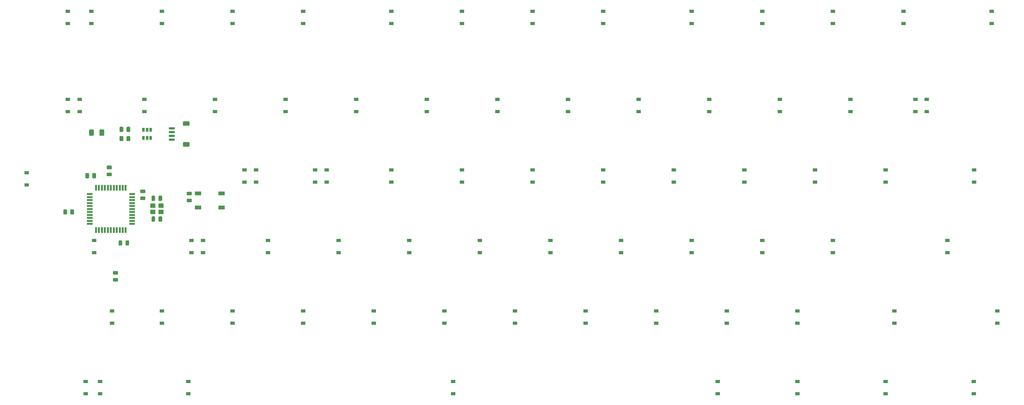
<source format=gbp>
G04 #@! TF.GenerationSoftware,KiCad,Pcbnew,(5.1.4)-1*
G04 #@! TF.CreationDate,2021-10-30T23:29:11+08:00*
G04 #@! TF.ProjectId,bakeneko-60-pcb,62616b65-6e65-46b6-9f2d-36302d706362,rev?*
G04 #@! TF.SameCoordinates,Original*
G04 #@! TF.FileFunction,Paste,Bot*
G04 #@! TF.FilePolarity,Positive*
%FSLAX46Y46*%
G04 Gerber Fmt 4.6, Leading zero omitted, Abs format (unit mm)*
G04 Created by KiCad (PCBNEW (5.1.4)-1) date 2021-10-30 23:29:11*
%MOMM*%
%LPD*%
G04 APERTURE LIST*
%ADD10R,1.200000X0.900000*%
%ADD11R,0.650000X1.060000*%
%ADD12R,1.400000X1.200000*%
%ADD13R,1.500000X0.550000*%
%ADD14R,0.550000X1.500000*%
%ADD15R,1.700000X1.000000*%
%ADD16C,0.100000*%
%ADD17C,0.975000*%
%ADD18C,0.600000*%
%ADD19C,1.200000*%
%ADD20C,1.250000*%
G04 APERTURE END LIST*
D10*
X257175000Y24668750D03*
X257175000Y21368750D03*
X233362500Y24668750D03*
X233362500Y21368750D03*
X214312500Y24668750D03*
X214312500Y21368750D03*
X195262500Y24668750D03*
X195262500Y21368750D03*
X176212500Y24668750D03*
X176212500Y21368750D03*
X152400000Y24668750D03*
X152400000Y21368750D03*
X133350000Y24668750D03*
X133350000Y21368750D03*
X114300000Y24668750D03*
X114300000Y21368750D03*
X95250000Y24668750D03*
X95250000Y21368750D03*
X71437500Y24668750D03*
X71437500Y21368750D03*
X52387500Y24668750D03*
X52387500Y21368750D03*
X33337500Y24668750D03*
X33337500Y21368750D03*
X14287500Y24668750D03*
X14287500Y21368750D03*
X7937500Y24668750D03*
X7937500Y21368750D03*
D11*
X30273750Y-9600000D03*
X29323750Y-9600000D03*
X28373750Y-9600000D03*
X28373750Y-7400000D03*
X30273750Y-7400000D03*
X29323750Y-7400000D03*
D10*
X228550000Y-75343750D03*
X228550000Y-78643750D03*
X204787500Y-75343750D03*
X204787500Y-78643750D03*
X183315000Y-75343750D03*
X183315000Y-78643750D03*
X44450000Y-37243750D03*
X44450000Y-40543750D03*
X41275000Y-37243750D03*
X41275000Y-40543750D03*
X77787500Y-18193750D03*
X77787500Y-21493750D03*
X74612500Y-18193750D03*
X74612500Y-21493750D03*
X55562500Y-18193750D03*
X55562500Y-21493750D03*
X58737500Y-18193750D03*
X58737500Y-21493750D03*
X239655000Y856250D03*
X239655000Y-2443750D03*
X219075000Y856250D03*
X219075000Y-2443750D03*
X11112500Y856250D03*
X11112500Y-2443750D03*
X7937500Y856250D03*
X7937500Y-2443750D03*
X-3175000Y-18987500D03*
X-3175000Y-22287500D03*
X236585000Y856250D03*
X236585000Y-2443750D03*
X252362500Y-75343750D03*
X252362500Y-78643750D03*
X111918750Y-75343750D03*
X111918750Y-78643750D03*
X40481250Y-75343750D03*
X40481250Y-78643750D03*
X16668750Y-75343750D03*
X16668750Y-78643750D03*
X12747500Y-75343750D03*
X12747500Y-78643750D03*
X258715000Y-56293750D03*
X258715000Y-59593750D03*
X230981250Y-56293750D03*
X230981250Y-59593750D03*
X204787500Y-56293750D03*
X204787500Y-59593750D03*
X185737500Y-56293750D03*
X185737500Y-59593750D03*
X166687500Y-56293750D03*
X166687500Y-59593750D03*
X147637500Y-56293750D03*
X147637500Y-59593750D03*
X128587500Y-56293750D03*
X128587500Y-59593750D03*
X109537500Y-56293750D03*
X109537500Y-59593750D03*
X90487500Y-56293750D03*
X90487500Y-59593750D03*
X71437500Y-56293750D03*
X71437500Y-59593750D03*
X52387500Y-56293750D03*
X52387500Y-59593750D03*
X33337500Y-56293750D03*
X33337500Y-59593750D03*
X19843750Y-56293750D03*
X19843750Y-59593750D03*
X245268750Y-37243750D03*
X245268750Y-40543750D03*
X214312500Y-37243750D03*
X214312500Y-40543750D03*
X195262500Y-37243750D03*
X195262500Y-40543750D03*
X176212500Y-37243750D03*
X176212500Y-40543750D03*
X157162500Y-37243750D03*
X157162500Y-40543750D03*
X138112500Y-37243750D03*
X138112500Y-40543750D03*
X119062500Y-37243750D03*
X119062500Y-40543750D03*
X100012500Y-37243750D03*
X100012500Y-40543750D03*
X80962500Y-37243750D03*
X80962500Y-40543750D03*
X61912500Y-37243750D03*
X61912500Y-40543750D03*
X15081250Y-37243750D03*
X15081250Y-40543750D03*
X252412500Y-18193750D03*
X252412500Y-21493750D03*
X228600000Y-18193750D03*
X228600000Y-21493750D03*
X209550000Y-18193750D03*
X209550000Y-21493750D03*
X190500000Y-18193750D03*
X190500000Y-21493750D03*
X171450000Y-18193750D03*
X171450000Y-21493750D03*
X152400000Y-18193750D03*
X152400000Y-21493750D03*
X133350000Y-18193750D03*
X133350000Y-21493750D03*
X114300000Y-18193750D03*
X114300000Y-21493750D03*
X95250000Y-18193750D03*
X95250000Y-21493750D03*
X200025000Y856250D03*
X200025000Y-2443750D03*
X180975000Y856250D03*
X180975000Y-2443750D03*
X161925000Y856250D03*
X161925000Y-2443750D03*
X142875000Y856250D03*
X142875000Y-2443750D03*
X123825000Y856250D03*
X123825000Y-2443750D03*
X104775000Y856250D03*
X104775000Y-2443750D03*
X85725000Y856250D03*
X85725000Y-2443750D03*
X66675000Y856250D03*
X66675000Y-2443750D03*
X47625000Y856250D03*
X47625000Y-2443750D03*
X28575000Y856250D03*
X28575000Y-2443750D03*
D12*
X33060000Y-27820000D03*
X30860000Y-27820000D03*
X30860000Y-29520000D03*
X33060000Y-29520000D03*
D13*
X13853750Y-24758750D03*
X13853750Y-25558750D03*
X13853750Y-26358750D03*
X13853750Y-27158750D03*
X13853750Y-27958750D03*
X13853750Y-28758750D03*
X13853750Y-29558750D03*
X13853750Y-30358750D03*
X13853750Y-31158750D03*
X13853750Y-31958750D03*
X13853750Y-32758750D03*
D14*
X15553750Y-34458750D03*
X16353750Y-34458750D03*
X17153750Y-34458750D03*
X17953750Y-34458750D03*
X18753750Y-34458750D03*
X19553750Y-34458750D03*
X20353750Y-34458750D03*
X21153750Y-34458750D03*
X21953750Y-34458750D03*
X22753750Y-34458750D03*
X23553750Y-34458750D03*
D13*
X25253750Y-32758750D03*
X25253750Y-31958750D03*
X25253750Y-31158750D03*
X25253750Y-30358750D03*
X25253750Y-29558750D03*
X25253750Y-28758750D03*
X25253750Y-27958750D03*
X25253750Y-27158750D03*
X25253750Y-26358750D03*
X25253750Y-25558750D03*
X25253750Y-24758750D03*
D14*
X23553750Y-23058750D03*
X22753750Y-23058750D03*
X21953750Y-23058750D03*
X21153750Y-23058750D03*
X20353750Y-23058750D03*
X19553750Y-23058750D03*
X18753750Y-23058750D03*
X17953750Y-23058750D03*
X17153750Y-23058750D03*
X16353750Y-23058750D03*
X15553750Y-23058750D03*
D15*
X49393750Y-24585000D03*
X43093750Y-24585000D03*
X49393750Y-28385000D03*
X43093750Y-28385000D03*
D16*
G36*
X21303892Y-45526174D02*
G01*
X21327553Y-45529684D01*
X21350757Y-45535496D01*
X21373279Y-45543554D01*
X21394903Y-45553782D01*
X21415420Y-45566079D01*
X21434633Y-45580329D01*
X21452357Y-45596393D01*
X21468421Y-45614117D01*
X21482671Y-45633330D01*
X21494968Y-45653847D01*
X21505196Y-45675471D01*
X21513254Y-45697993D01*
X21519066Y-45721197D01*
X21522576Y-45744858D01*
X21523750Y-45768750D01*
X21523750Y-46256250D01*
X21522576Y-46280142D01*
X21519066Y-46303803D01*
X21513254Y-46327007D01*
X21505196Y-46349529D01*
X21494968Y-46371153D01*
X21482671Y-46391670D01*
X21468421Y-46410883D01*
X21452357Y-46428607D01*
X21434633Y-46444671D01*
X21415420Y-46458921D01*
X21394903Y-46471218D01*
X21373279Y-46481446D01*
X21350757Y-46489504D01*
X21327553Y-46495316D01*
X21303892Y-46498826D01*
X21280000Y-46500000D01*
X20367500Y-46500000D01*
X20343608Y-46498826D01*
X20319947Y-46495316D01*
X20296743Y-46489504D01*
X20274221Y-46481446D01*
X20252597Y-46471218D01*
X20232080Y-46458921D01*
X20212867Y-46444671D01*
X20195143Y-46428607D01*
X20179079Y-46410883D01*
X20164829Y-46391670D01*
X20152532Y-46371153D01*
X20142304Y-46349529D01*
X20134246Y-46327007D01*
X20128434Y-46303803D01*
X20124924Y-46280142D01*
X20123750Y-46256250D01*
X20123750Y-45768750D01*
X20124924Y-45744858D01*
X20128434Y-45721197D01*
X20134246Y-45697993D01*
X20142304Y-45675471D01*
X20152532Y-45653847D01*
X20164829Y-45633330D01*
X20179079Y-45614117D01*
X20195143Y-45596393D01*
X20212867Y-45580329D01*
X20232080Y-45566079D01*
X20252597Y-45553782D01*
X20274221Y-45543554D01*
X20296743Y-45535496D01*
X20319947Y-45529684D01*
X20343608Y-45526174D01*
X20367500Y-45525000D01*
X21280000Y-45525000D01*
X21303892Y-45526174D01*
X21303892Y-45526174D01*
G37*
D17*
X20823750Y-46012500D03*
D16*
G36*
X21303892Y-47401174D02*
G01*
X21327553Y-47404684D01*
X21350757Y-47410496D01*
X21373279Y-47418554D01*
X21394903Y-47428782D01*
X21415420Y-47441079D01*
X21434633Y-47455329D01*
X21452357Y-47471393D01*
X21468421Y-47489117D01*
X21482671Y-47508330D01*
X21494968Y-47528847D01*
X21505196Y-47550471D01*
X21513254Y-47572993D01*
X21519066Y-47596197D01*
X21522576Y-47619858D01*
X21523750Y-47643750D01*
X21523750Y-48131250D01*
X21522576Y-48155142D01*
X21519066Y-48178803D01*
X21513254Y-48202007D01*
X21505196Y-48224529D01*
X21494968Y-48246153D01*
X21482671Y-48266670D01*
X21468421Y-48285883D01*
X21452357Y-48303607D01*
X21434633Y-48319671D01*
X21415420Y-48333921D01*
X21394903Y-48346218D01*
X21373279Y-48356446D01*
X21350757Y-48364504D01*
X21327553Y-48370316D01*
X21303892Y-48373826D01*
X21280000Y-48375000D01*
X20367500Y-48375000D01*
X20343608Y-48373826D01*
X20319947Y-48370316D01*
X20296743Y-48364504D01*
X20274221Y-48356446D01*
X20252597Y-48346218D01*
X20232080Y-48333921D01*
X20212867Y-48319671D01*
X20195143Y-48303607D01*
X20179079Y-48285883D01*
X20164829Y-48266670D01*
X20152532Y-48246153D01*
X20142304Y-48224529D01*
X20134246Y-48202007D01*
X20128434Y-48178803D01*
X20124924Y-48155142D01*
X20123750Y-48131250D01*
X20123750Y-47643750D01*
X20124924Y-47619858D01*
X20128434Y-47596197D01*
X20134246Y-47572993D01*
X20142304Y-47550471D01*
X20152532Y-47528847D01*
X20164829Y-47508330D01*
X20179079Y-47489117D01*
X20195143Y-47471393D01*
X20212867Y-47455329D01*
X20232080Y-47441079D01*
X20252597Y-47428782D01*
X20274221Y-47418554D01*
X20296743Y-47410496D01*
X20319947Y-47404684D01*
X20343608Y-47401174D01*
X20367500Y-47400000D01*
X21280000Y-47400000D01*
X21303892Y-47401174D01*
X21303892Y-47401174D01*
G37*
D17*
X20823750Y-47887500D03*
D16*
G36*
X24545142Y-6551174D02*
G01*
X24568803Y-6554684D01*
X24592007Y-6560496D01*
X24614529Y-6568554D01*
X24636153Y-6578782D01*
X24656670Y-6591079D01*
X24675883Y-6605329D01*
X24693607Y-6621393D01*
X24709671Y-6639117D01*
X24723921Y-6658330D01*
X24736218Y-6678847D01*
X24746446Y-6700471D01*
X24754504Y-6722993D01*
X24760316Y-6746197D01*
X24763826Y-6769858D01*
X24765000Y-6793750D01*
X24765000Y-7706250D01*
X24763826Y-7730142D01*
X24760316Y-7753803D01*
X24754504Y-7777007D01*
X24746446Y-7799529D01*
X24736218Y-7821153D01*
X24723921Y-7841670D01*
X24709671Y-7860883D01*
X24693607Y-7878607D01*
X24675883Y-7894671D01*
X24656670Y-7908921D01*
X24636153Y-7921218D01*
X24614529Y-7931446D01*
X24592007Y-7939504D01*
X24568803Y-7945316D01*
X24545142Y-7948826D01*
X24521250Y-7950000D01*
X24033750Y-7950000D01*
X24009858Y-7948826D01*
X23986197Y-7945316D01*
X23962993Y-7939504D01*
X23940471Y-7931446D01*
X23918847Y-7921218D01*
X23898330Y-7908921D01*
X23879117Y-7894671D01*
X23861393Y-7878607D01*
X23845329Y-7860883D01*
X23831079Y-7841670D01*
X23818782Y-7821153D01*
X23808554Y-7799529D01*
X23800496Y-7777007D01*
X23794684Y-7753803D01*
X23791174Y-7730142D01*
X23790000Y-7706250D01*
X23790000Y-6793750D01*
X23791174Y-6769858D01*
X23794684Y-6746197D01*
X23800496Y-6722993D01*
X23808554Y-6700471D01*
X23818782Y-6678847D01*
X23831079Y-6658330D01*
X23845329Y-6639117D01*
X23861393Y-6621393D01*
X23879117Y-6605329D01*
X23898330Y-6591079D01*
X23918847Y-6578782D01*
X23940471Y-6568554D01*
X23962993Y-6560496D01*
X23986197Y-6554684D01*
X24009858Y-6551174D01*
X24033750Y-6550000D01*
X24521250Y-6550000D01*
X24545142Y-6551174D01*
X24545142Y-6551174D01*
G37*
D17*
X24277500Y-7250000D03*
D16*
G36*
X22670142Y-6551174D02*
G01*
X22693803Y-6554684D01*
X22717007Y-6560496D01*
X22739529Y-6568554D01*
X22761153Y-6578782D01*
X22781670Y-6591079D01*
X22800883Y-6605329D01*
X22818607Y-6621393D01*
X22834671Y-6639117D01*
X22848921Y-6658330D01*
X22861218Y-6678847D01*
X22871446Y-6700471D01*
X22879504Y-6722993D01*
X22885316Y-6746197D01*
X22888826Y-6769858D01*
X22890000Y-6793750D01*
X22890000Y-7706250D01*
X22888826Y-7730142D01*
X22885316Y-7753803D01*
X22879504Y-7777007D01*
X22871446Y-7799529D01*
X22861218Y-7821153D01*
X22848921Y-7841670D01*
X22834671Y-7860883D01*
X22818607Y-7878607D01*
X22800883Y-7894671D01*
X22781670Y-7908921D01*
X22761153Y-7921218D01*
X22739529Y-7931446D01*
X22717007Y-7939504D01*
X22693803Y-7945316D01*
X22670142Y-7948826D01*
X22646250Y-7950000D01*
X22158750Y-7950000D01*
X22134858Y-7948826D01*
X22111197Y-7945316D01*
X22087993Y-7939504D01*
X22065471Y-7931446D01*
X22043847Y-7921218D01*
X22023330Y-7908921D01*
X22004117Y-7894671D01*
X21986393Y-7878607D01*
X21970329Y-7860883D01*
X21956079Y-7841670D01*
X21943782Y-7821153D01*
X21933554Y-7799529D01*
X21925496Y-7777007D01*
X21919684Y-7753803D01*
X21916174Y-7730142D01*
X21915000Y-7706250D01*
X21915000Y-6793750D01*
X21916174Y-6769858D01*
X21919684Y-6746197D01*
X21925496Y-6722993D01*
X21933554Y-6700471D01*
X21943782Y-6678847D01*
X21956079Y-6658330D01*
X21970329Y-6639117D01*
X21986393Y-6621393D01*
X22004117Y-6605329D01*
X22023330Y-6591079D01*
X22043847Y-6578782D01*
X22065471Y-6568554D01*
X22087993Y-6560496D01*
X22111197Y-6554684D01*
X22134858Y-6551174D01*
X22158750Y-6550000D01*
X22646250Y-6550000D01*
X22670142Y-6551174D01*
X22670142Y-6551174D01*
G37*
D17*
X22402500Y-7250000D03*
D16*
G36*
X24545142Y-9051174D02*
G01*
X24568803Y-9054684D01*
X24592007Y-9060496D01*
X24614529Y-9068554D01*
X24636153Y-9078782D01*
X24656670Y-9091079D01*
X24675883Y-9105329D01*
X24693607Y-9121393D01*
X24709671Y-9139117D01*
X24723921Y-9158330D01*
X24736218Y-9178847D01*
X24746446Y-9200471D01*
X24754504Y-9222993D01*
X24760316Y-9246197D01*
X24763826Y-9269858D01*
X24765000Y-9293750D01*
X24765000Y-10206250D01*
X24763826Y-10230142D01*
X24760316Y-10253803D01*
X24754504Y-10277007D01*
X24746446Y-10299529D01*
X24736218Y-10321153D01*
X24723921Y-10341670D01*
X24709671Y-10360883D01*
X24693607Y-10378607D01*
X24675883Y-10394671D01*
X24656670Y-10408921D01*
X24636153Y-10421218D01*
X24614529Y-10431446D01*
X24592007Y-10439504D01*
X24568803Y-10445316D01*
X24545142Y-10448826D01*
X24521250Y-10450000D01*
X24033750Y-10450000D01*
X24009858Y-10448826D01*
X23986197Y-10445316D01*
X23962993Y-10439504D01*
X23940471Y-10431446D01*
X23918847Y-10421218D01*
X23898330Y-10408921D01*
X23879117Y-10394671D01*
X23861393Y-10378607D01*
X23845329Y-10360883D01*
X23831079Y-10341670D01*
X23818782Y-10321153D01*
X23808554Y-10299529D01*
X23800496Y-10277007D01*
X23794684Y-10253803D01*
X23791174Y-10230142D01*
X23790000Y-10206250D01*
X23790000Y-9293750D01*
X23791174Y-9269858D01*
X23794684Y-9246197D01*
X23800496Y-9222993D01*
X23808554Y-9200471D01*
X23818782Y-9178847D01*
X23831079Y-9158330D01*
X23845329Y-9139117D01*
X23861393Y-9121393D01*
X23879117Y-9105329D01*
X23898330Y-9091079D01*
X23918847Y-9078782D01*
X23940471Y-9068554D01*
X23962993Y-9060496D01*
X23986197Y-9054684D01*
X24009858Y-9051174D01*
X24033750Y-9050000D01*
X24521250Y-9050000D01*
X24545142Y-9051174D01*
X24545142Y-9051174D01*
G37*
D17*
X24277500Y-9750000D03*
D16*
G36*
X22670142Y-9051174D02*
G01*
X22693803Y-9054684D01*
X22717007Y-9060496D01*
X22739529Y-9068554D01*
X22761153Y-9078782D01*
X22781670Y-9091079D01*
X22800883Y-9105329D01*
X22818607Y-9121393D01*
X22834671Y-9139117D01*
X22848921Y-9158330D01*
X22861218Y-9178847D01*
X22871446Y-9200471D01*
X22879504Y-9222993D01*
X22885316Y-9246197D01*
X22888826Y-9269858D01*
X22890000Y-9293750D01*
X22890000Y-10206250D01*
X22888826Y-10230142D01*
X22885316Y-10253803D01*
X22879504Y-10277007D01*
X22871446Y-10299529D01*
X22861218Y-10321153D01*
X22848921Y-10341670D01*
X22834671Y-10360883D01*
X22818607Y-10378607D01*
X22800883Y-10394671D01*
X22781670Y-10408921D01*
X22761153Y-10421218D01*
X22739529Y-10431446D01*
X22717007Y-10439504D01*
X22693803Y-10445316D01*
X22670142Y-10448826D01*
X22646250Y-10450000D01*
X22158750Y-10450000D01*
X22134858Y-10448826D01*
X22111197Y-10445316D01*
X22087993Y-10439504D01*
X22065471Y-10431446D01*
X22043847Y-10421218D01*
X22023330Y-10408921D01*
X22004117Y-10394671D01*
X21986393Y-10378607D01*
X21970329Y-10360883D01*
X21956079Y-10341670D01*
X21943782Y-10321153D01*
X21933554Y-10299529D01*
X21925496Y-10277007D01*
X21919684Y-10253803D01*
X21916174Y-10230142D01*
X21915000Y-10206250D01*
X21915000Y-9293750D01*
X21916174Y-9269858D01*
X21919684Y-9246197D01*
X21925496Y-9222993D01*
X21933554Y-9200471D01*
X21943782Y-9178847D01*
X21956079Y-9158330D01*
X21970329Y-9139117D01*
X21986393Y-9121393D01*
X22004117Y-9105329D01*
X22023330Y-9091079D01*
X22043847Y-9078782D01*
X22065471Y-9068554D01*
X22087993Y-9060496D01*
X22111197Y-9054684D01*
X22134858Y-9051174D01*
X22158750Y-9050000D01*
X22646250Y-9050000D01*
X22670142Y-9051174D01*
X22670142Y-9051174D01*
G37*
D17*
X22402500Y-9750000D03*
D16*
G36*
X41190142Y-25971174D02*
G01*
X41213803Y-25974684D01*
X41237007Y-25980496D01*
X41259529Y-25988554D01*
X41281153Y-25998782D01*
X41301670Y-26011079D01*
X41320883Y-26025329D01*
X41338607Y-26041393D01*
X41354671Y-26059117D01*
X41368921Y-26078330D01*
X41381218Y-26098847D01*
X41391446Y-26120471D01*
X41399504Y-26142993D01*
X41405316Y-26166197D01*
X41408826Y-26189858D01*
X41410000Y-26213750D01*
X41410000Y-26701250D01*
X41408826Y-26725142D01*
X41405316Y-26748803D01*
X41399504Y-26772007D01*
X41391446Y-26794529D01*
X41381218Y-26816153D01*
X41368921Y-26836670D01*
X41354671Y-26855883D01*
X41338607Y-26873607D01*
X41320883Y-26889671D01*
X41301670Y-26903921D01*
X41281153Y-26916218D01*
X41259529Y-26926446D01*
X41237007Y-26934504D01*
X41213803Y-26940316D01*
X41190142Y-26943826D01*
X41166250Y-26945000D01*
X40253750Y-26945000D01*
X40229858Y-26943826D01*
X40206197Y-26940316D01*
X40182993Y-26934504D01*
X40160471Y-26926446D01*
X40138847Y-26916218D01*
X40118330Y-26903921D01*
X40099117Y-26889671D01*
X40081393Y-26873607D01*
X40065329Y-26855883D01*
X40051079Y-26836670D01*
X40038782Y-26816153D01*
X40028554Y-26794529D01*
X40020496Y-26772007D01*
X40014684Y-26748803D01*
X40011174Y-26725142D01*
X40010000Y-26701250D01*
X40010000Y-26213750D01*
X40011174Y-26189858D01*
X40014684Y-26166197D01*
X40020496Y-26142993D01*
X40028554Y-26120471D01*
X40038782Y-26098847D01*
X40051079Y-26078330D01*
X40065329Y-26059117D01*
X40081393Y-26041393D01*
X40099117Y-26025329D01*
X40118330Y-26011079D01*
X40138847Y-25998782D01*
X40160471Y-25988554D01*
X40182993Y-25980496D01*
X40206197Y-25974684D01*
X40229858Y-25971174D01*
X40253750Y-25970000D01*
X41166250Y-25970000D01*
X41190142Y-25971174D01*
X41190142Y-25971174D01*
G37*
D17*
X40710000Y-26457500D03*
D16*
G36*
X41190142Y-24096174D02*
G01*
X41213803Y-24099684D01*
X41237007Y-24105496D01*
X41259529Y-24113554D01*
X41281153Y-24123782D01*
X41301670Y-24136079D01*
X41320883Y-24150329D01*
X41338607Y-24166393D01*
X41354671Y-24184117D01*
X41368921Y-24203330D01*
X41381218Y-24223847D01*
X41391446Y-24245471D01*
X41399504Y-24267993D01*
X41405316Y-24291197D01*
X41408826Y-24314858D01*
X41410000Y-24338750D01*
X41410000Y-24826250D01*
X41408826Y-24850142D01*
X41405316Y-24873803D01*
X41399504Y-24897007D01*
X41391446Y-24919529D01*
X41381218Y-24941153D01*
X41368921Y-24961670D01*
X41354671Y-24980883D01*
X41338607Y-24998607D01*
X41320883Y-25014671D01*
X41301670Y-25028921D01*
X41281153Y-25041218D01*
X41259529Y-25051446D01*
X41237007Y-25059504D01*
X41213803Y-25065316D01*
X41190142Y-25068826D01*
X41166250Y-25070000D01*
X40253750Y-25070000D01*
X40229858Y-25068826D01*
X40206197Y-25065316D01*
X40182993Y-25059504D01*
X40160471Y-25051446D01*
X40138847Y-25041218D01*
X40118330Y-25028921D01*
X40099117Y-25014671D01*
X40081393Y-24998607D01*
X40065329Y-24980883D01*
X40051079Y-24961670D01*
X40038782Y-24941153D01*
X40028554Y-24919529D01*
X40020496Y-24897007D01*
X40014684Y-24873803D01*
X40011174Y-24850142D01*
X40010000Y-24826250D01*
X40010000Y-24338750D01*
X40011174Y-24314858D01*
X40014684Y-24291197D01*
X40020496Y-24267993D01*
X40028554Y-24245471D01*
X40038782Y-24223847D01*
X40051079Y-24203330D01*
X40065329Y-24184117D01*
X40081393Y-24166393D01*
X40099117Y-24150329D01*
X40118330Y-24136079D01*
X40138847Y-24123782D01*
X40160471Y-24113554D01*
X40182993Y-24105496D01*
X40206197Y-24099684D01*
X40229858Y-24096174D01*
X40253750Y-24095000D01*
X41166250Y-24095000D01*
X41190142Y-24096174D01*
X41190142Y-24096174D01*
G37*
D17*
X40710000Y-24582500D03*
D16*
G36*
X36639703Y-6700722D02*
G01*
X36654264Y-6702882D01*
X36668543Y-6706459D01*
X36682403Y-6711418D01*
X36695710Y-6717712D01*
X36708336Y-6725280D01*
X36720159Y-6734048D01*
X36731066Y-6743934D01*
X36740952Y-6754841D01*
X36749720Y-6766664D01*
X36757288Y-6779290D01*
X36763582Y-6792597D01*
X36768541Y-6806457D01*
X36772118Y-6820736D01*
X36774278Y-6835297D01*
X36775000Y-6850000D01*
X36775000Y-7150000D01*
X36774278Y-7164703D01*
X36772118Y-7179264D01*
X36768541Y-7193543D01*
X36763582Y-7207403D01*
X36757288Y-7220710D01*
X36749720Y-7233336D01*
X36740952Y-7245159D01*
X36731066Y-7256066D01*
X36720159Y-7265952D01*
X36708336Y-7274720D01*
X36695710Y-7282288D01*
X36682403Y-7288582D01*
X36668543Y-7293541D01*
X36654264Y-7297118D01*
X36639703Y-7299278D01*
X36625000Y-7300000D01*
X35375000Y-7300000D01*
X35360297Y-7299278D01*
X35345736Y-7297118D01*
X35331457Y-7293541D01*
X35317597Y-7288582D01*
X35304290Y-7282288D01*
X35291664Y-7274720D01*
X35279841Y-7265952D01*
X35268934Y-7256066D01*
X35259048Y-7245159D01*
X35250280Y-7233336D01*
X35242712Y-7220710D01*
X35236418Y-7207403D01*
X35231459Y-7193543D01*
X35227882Y-7179264D01*
X35225722Y-7164703D01*
X35225000Y-7150000D01*
X35225000Y-6850000D01*
X35225722Y-6835297D01*
X35227882Y-6820736D01*
X35231459Y-6806457D01*
X35236418Y-6792597D01*
X35242712Y-6779290D01*
X35250280Y-6766664D01*
X35259048Y-6754841D01*
X35268934Y-6743934D01*
X35279841Y-6734048D01*
X35291664Y-6725280D01*
X35304290Y-6717712D01*
X35317597Y-6711418D01*
X35331457Y-6706459D01*
X35345736Y-6702882D01*
X35360297Y-6700722D01*
X35375000Y-6700000D01*
X36625000Y-6700000D01*
X36639703Y-6700722D01*
X36639703Y-6700722D01*
G37*
D18*
X36000000Y-7000000D03*
D16*
G36*
X36639703Y-7700722D02*
G01*
X36654264Y-7702882D01*
X36668543Y-7706459D01*
X36682403Y-7711418D01*
X36695710Y-7717712D01*
X36708336Y-7725280D01*
X36720159Y-7734048D01*
X36731066Y-7743934D01*
X36740952Y-7754841D01*
X36749720Y-7766664D01*
X36757288Y-7779290D01*
X36763582Y-7792597D01*
X36768541Y-7806457D01*
X36772118Y-7820736D01*
X36774278Y-7835297D01*
X36775000Y-7850000D01*
X36775000Y-8150000D01*
X36774278Y-8164703D01*
X36772118Y-8179264D01*
X36768541Y-8193543D01*
X36763582Y-8207403D01*
X36757288Y-8220710D01*
X36749720Y-8233336D01*
X36740952Y-8245159D01*
X36731066Y-8256066D01*
X36720159Y-8265952D01*
X36708336Y-8274720D01*
X36695710Y-8282288D01*
X36682403Y-8288582D01*
X36668543Y-8293541D01*
X36654264Y-8297118D01*
X36639703Y-8299278D01*
X36625000Y-8300000D01*
X35375000Y-8300000D01*
X35360297Y-8299278D01*
X35345736Y-8297118D01*
X35331457Y-8293541D01*
X35317597Y-8288582D01*
X35304290Y-8282288D01*
X35291664Y-8274720D01*
X35279841Y-8265952D01*
X35268934Y-8256066D01*
X35259048Y-8245159D01*
X35250280Y-8233336D01*
X35242712Y-8220710D01*
X35236418Y-8207403D01*
X35231459Y-8193543D01*
X35227882Y-8179264D01*
X35225722Y-8164703D01*
X35225000Y-8150000D01*
X35225000Y-7850000D01*
X35225722Y-7835297D01*
X35227882Y-7820736D01*
X35231459Y-7806457D01*
X35236418Y-7792597D01*
X35242712Y-7779290D01*
X35250280Y-7766664D01*
X35259048Y-7754841D01*
X35268934Y-7743934D01*
X35279841Y-7734048D01*
X35291664Y-7725280D01*
X35304290Y-7717712D01*
X35317597Y-7711418D01*
X35331457Y-7706459D01*
X35345736Y-7702882D01*
X35360297Y-7700722D01*
X35375000Y-7700000D01*
X36625000Y-7700000D01*
X36639703Y-7700722D01*
X36639703Y-7700722D01*
G37*
D18*
X36000000Y-8000000D03*
D16*
G36*
X36639703Y-8700722D02*
G01*
X36654264Y-8702882D01*
X36668543Y-8706459D01*
X36682403Y-8711418D01*
X36695710Y-8717712D01*
X36708336Y-8725280D01*
X36720159Y-8734048D01*
X36731066Y-8743934D01*
X36740952Y-8754841D01*
X36749720Y-8766664D01*
X36757288Y-8779290D01*
X36763582Y-8792597D01*
X36768541Y-8806457D01*
X36772118Y-8820736D01*
X36774278Y-8835297D01*
X36775000Y-8850000D01*
X36775000Y-9150000D01*
X36774278Y-9164703D01*
X36772118Y-9179264D01*
X36768541Y-9193543D01*
X36763582Y-9207403D01*
X36757288Y-9220710D01*
X36749720Y-9233336D01*
X36740952Y-9245159D01*
X36731066Y-9256066D01*
X36720159Y-9265952D01*
X36708336Y-9274720D01*
X36695710Y-9282288D01*
X36682403Y-9288582D01*
X36668543Y-9293541D01*
X36654264Y-9297118D01*
X36639703Y-9299278D01*
X36625000Y-9300000D01*
X35375000Y-9300000D01*
X35360297Y-9299278D01*
X35345736Y-9297118D01*
X35331457Y-9293541D01*
X35317597Y-9288582D01*
X35304290Y-9282288D01*
X35291664Y-9274720D01*
X35279841Y-9265952D01*
X35268934Y-9256066D01*
X35259048Y-9245159D01*
X35250280Y-9233336D01*
X35242712Y-9220710D01*
X35236418Y-9207403D01*
X35231459Y-9193543D01*
X35227882Y-9179264D01*
X35225722Y-9164703D01*
X35225000Y-9150000D01*
X35225000Y-8850000D01*
X35225722Y-8835297D01*
X35227882Y-8820736D01*
X35231459Y-8806457D01*
X35236418Y-8792597D01*
X35242712Y-8779290D01*
X35250280Y-8766664D01*
X35259048Y-8754841D01*
X35268934Y-8743934D01*
X35279841Y-8734048D01*
X35291664Y-8725280D01*
X35304290Y-8717712D01*
X35317597Y-8711418D01*
X35331457Y-8706459D01*
X35345736Y-8702882D01*
X35360297Y-8700722D01*
X35375000Y-8700000D01*
X36625000Y-8700000D01*
X36639703Y-8700722D01*
X36639703Y-8700722D01*
G37*
D18*
X36000000Y-9000000D03*
D16*
G36*
X36639703Y-9700722D02*
G01*
X36654264Y-9702882D01*
X36668543Y-9706459D01*
X36682403Y-9711418D01*
X36695710Y-9717712D01*
X36708336Y-9725280D01*
X36720159Y-9734048D01*
X36731066Y-9743934D01*
X36740952Y-9754841D01*
X36749720Y-9766664D01*
X36757288Y-9779290D01*
X36763582Y-9792597D01*
X36768541Y-9806457D01*
X36772118Y-9820736D01*
X36774278Y-9835297D01*
X36775000Y-9850000D01*
X36775000Y-10150000D01*
X36774278Y-10164703D01*
X36772118Y-10179264D01*
X36768541Y-10193543D01*
X36763582Y-10207403D01*
X36757288Y-10220710D01*
X36749720Y-10233336D01*
X36740952Y-10245159D01*
X36731066Y-10256066D01*
X36720159Y-10265952D01*
X36708336Y-10274720D01*
X36695710Y-10282288D01*
X36682403Y-10288582D01*
X36668543Y-10293541D01*
X36654264Y-10297118D01*
X36639703Y-10299278D01*
X36625000Y-10300000D01*
X35375000Y-10300000D01*
X35360297Y-10299278D01*
X35345736Y-10297118D01*
X35331457Y-10293541D01*
X35317597Y-10288582D01*
X35304290Y-10282288D01*
X35291664Y-10274720D01*
X35279841Y-10265952D01*
X35268934Y-10256066D01*
X35259048Y-10245159D01*
X35250280Y-10233336D01*
X35242712Y-10220710D01*
X35236418Y-10207403D01*
X35231459Y-10193543D01*
X35227882Y-10179264D01*
X35225722Y-10164703D01*
X35225000Y-10150000D01*
X35225000Y-9850000D01*
X35225722Y-9835297D01*
X35227882Y-9820736D01*
X35231459Y-9806457D01*
X35236418Y-9792597D01*
X35242712Y-9779290D01*
X35250280Y-9766664D01*
X35259048Y-9754841D01*
X35268934Y-9743934D01*
X35279841Y-9734048D01*
X35291664Y-9725280D01*
X35304290Y-9717712D01*
X35317597Y-9711418D01*
X35331457Y-9706459D01*
X35345736Y-9702882D01*
X35360297Y-9700722D01*
X35375000Y-9700000D01*
X36625000Y-9700000D01*
X36639703Y-9700722D01*
X36639703Y-9700722D01*
G37*
D18*
X36000000Y-10000000D03*
D16*
G36*
X40549505Y-5101204D02*
G01*
X40573773Y-5104804D01*
X40597572Y-5110765D01*
X40620671Y-5119030D01*
X40642850Y-5129520D01*
X40663893Y-5142132D01*
X40683599Y-5156747D01*
X40701777Y-5173223D01*
X40718253Y-5191401D01*
X40732868Y-5211107D01*
X40745480Y-5232150D01*
X40755970Y-5254329D01*
X40764235Y-5277428D01*
X40770196Y-5301227D01*
X40773796Y-5325495D01*
X40775000Y-5349999D01*
X40775000Y-6050001D01*
X40773796Y-6074505D01*
X40770196Y-6098773D01*
X40764235Y-6122572D01*
X40755970Y-6145671D01*
X40745480Y-6167850D01*
X40732868Y-6188893D01*
X40718253Y-6208599D01*
X40701777Y-6226777D01*
X40683599Y-6243253D01*
X40663893Y-6257868D01*
X40642850Y-6270480D01*
X40620671Y-6280970D01*
X40597572Y-6289235D01*
X40573773Y-6295196D01*
X40549505Y-6298796D01*
X40525001Y-6300000D01*
X39224999Y-6300000D01*
X39200495Y-6298796D01*
X39176227Y-6295196D01*
X39152428Y-6289235D01*
X39129329Y-6280970D01*
X39107150Y-6270480D01*
X39086107Y-6257868D01*
X39066401Y-6243253D01*
X39048223Y-6226777D01*
X39031747Y-6208599D01*
X39017132Y-6188893D01*
X39004520Y-6167850D01*
X38994030Y-6145671D01*
X38985765Y-6122572D01*
X38979804Y-6098773D01*
X38976204Y-6074505D01*
X38975000Y-6050001D01*
X38975000Y-5349999D01*
X38976204Y-5325495D01*
X38979804Y-5301227D01*
X38985765Y-5277428D01*
X38994030Y-5254329D01*
X39004520Y-5232150D01*
X39017132Y-5211107D01*
X39031747Y-5191401D01*
X39048223Y-5173223D01*
X39066401Y-5156747D01*
X39086107Y-5142132D01*
X39107150Y-5129520D01*
X39129329Y-5119030D01*
X39152428Y-5110765D01*
X39176227Y-5104804D01*
X39200495Y-5101204D01*
X39224999Y-5100000D01*
X40525001Y-5100000D01*
X40549505Y-5101204D01*
X40549505Y-5101204D01*
G37*
D19*
X39875000Y-5700000D03*
D16*
G36*
X40549505Y-10701204D02*
G01*
X40573773Y-10704804D01*
X40597572Y-10710765D01*
X40620671Y-10719030D01*
X40642850Y-10729520D01*
X40663893Y-10742132D01*
X40683599Y-10756747D01*
X40701777Y-10773223D01*
X40718253Y-10791401D01*
X40732868Y-10811107D01*
X40745480Y-10832150D01*
X40755970Y-10854329D01*
X40764235Y-10877428D01*
X40770196Y-10901227D01*
X40773796Y-10925495D01*
X40775000Y-10949999D01*
X40775000Y-11650001D01*
X40773796Y-11674505D01*
X40770196Y-11698773D01*
X40764235Y-11722572D01*
X40755970Y-11745671D01*
X40745480Y-11767850D01*
X40732868Y-11788893D01*
X40718253Y-11808599D01*
X40701777Y-11826777D01*
X40683599Y-11843253D01*
X40663893Y-11857868D01*
X40642850Y-11870480D01*
X40620671Y-11880970D01*
X40597572Y-11889235D01*
X40573773Y-11895196D01*
X40549505Y-11898796D01*
X40525001Y-11900000D01*
X39224999Y-11900000D01*
X39200495Y-11898796D01*
X39176227Y-11895196D01*
X39152428Y-11889235D01*
X39129329Y-11880970D01*
X39107150Y-11870480D01*
X39086107Y-11857868D01*
X39066401Y-11843253D01*
X39048223Y-11826777D01*
X39031747Y-11808599D01*
X39017132Y-11788893D01*
X39004520Y-11767850D01*
X38994030Y-11745671D01*
X38985765Y-11722572D01*
X38979804Y-11698773D01*
X38976204Y-11674505D01*
X38975000Y-11650001D01*
X38975000Y-10949999D01*
X38976204Y-10925495D01*
X38979804Y-10901227D01*
X38985765Y-10877428D01*
X38994030Y-10854329D01*
X39004520Y-10832150D01*
X39017132Y-10811107D01*
X39031747Y-10791401D01*
X39048223Y-10773223D01*
X39066401Y-10756747D01*
X39086107Y-10742132D01*
X39107150Y-10729520D01*
X39129329Y-10719030D01*
X39152428Y-10710765D01*
X39176227Y-10704804D01*
X39200495Y-10701204D01*
X39224999Y-10700000D01*
X40525001Y-10700000D01*
X40549505Y-10701204D01*
X40549505Y-10701204D01*
G37*
D19*
X39875000Y-11300000D03*
D16*
G36*
X14709504Y-7246204D02*
G01*
X14733773Y-7249804D01*
X14757571Y-7255765D01*
X14780671Y-7264030D01*
X14802849Y-7274520D01*
X14823893Y-7287133D01*
X14843598Y-7301747D01*
X14861777Y-7318223D01*
X14878253Y-7336402D01*
X14892867Y-7356107D01*
X14905480Y-7377151D01*
X14915970Y-7399329D01*
X14924235Y-7422429D01*
X14930196Y-7446227D01*
X14933796Y-7470496D01*
X14935000Y-7495000D01*
X14935000Y-8745000D01*
X14933796Y-8769504D01*
X14930196Y-8793773D01*
X14924235Y-8817571D01*
X14915970Y-8840671D01*
X14905480Y-8862849D01*
X14892867Y-8883893D01*
X14878253Y-8903598D01*
X14861777Y-8921777D01*
X14843598Y-8938253D01*
X14823893Y-8952867D01*
X14802849Y-8965480D01*
X14780671Y-8975970D01*
X14757571Y-8984235D01*
X14733773Y-8990196D01*
X14709504Y-8993796D01*
X14685000Y-8995000D01*
X13935000Y-8995000D01*
X13910496Y-8993796D01*
X13886227Y-8990196D01*
X13862429Y-8984235D01*
X13839329Y-8975970D01*
X13817151Y-8965480D01*
X13796107Y-8952867D01*
X13776402Y-8938253D01*
X13758223Y-8921777D01*
X13741747Y-8903598D01*
X13727133Y-8883893D01*
X13714520Y-8862849D01*
X13704030Y-8840671D01*
X13695765Y-8817571D01*
X13689804Y-8793773D01*
X13686204Y-8769504D01*
X13685000Y-8745000D01*
X13685000Y-7495000D01*
X13686204Y-7470496D01*
X13689804Y-7446227D01*
X13695765Y-7422429D01*
X13704030Y-7399329D01*
X13714520Y-7377151D01*
X13727133Y-7356107D01*
X13741747Y-7336402D01*
X13758223Y-7318223D01*
X13776402Y-7301747D01*
X13796107Y-7287133D01*
X13817151Y-7274520D01*
X13839329Y-7264030D01*
X13862429Y-7255765D01*
X13886227Y-7249804D01*
X13910496Y-7246204D01*
X13935000Y-7245000D01*
X14685000Y-7245000D01*
X14709504Y-7246204D01*
X14709504Y-7246204D01*
G37*
D20*
X14310000Y-8120000D03*
D16*
G36*
X17509504Y-7246204D02*
G01*
X17533773Y-7249804D01*
X17557571Y-7255765D01*
X17580671Y-7264030D01*
X17602849Y-7274520D01*
X17623893Y-7287133D01*
X17643598Y-7301747D01*
X17661777Y-7318223D01*
X17678253Y-7336402D01*
X17692867Y-7356107D01*
X17705480Y-7377151D01*
X17715970Y-7399329D01*
X17724235Y-7422429D01*
X17730196Y-7446227D01*
X17733796Y-7470496D01*
X17735000Y-7495000D01*
X17735000Y-8745000D01*
X17733796Y-8769504D01*
X17730196Y-8793773D01*
X17724235Y-8817571D01*
X17715970Y-8840671D01*
X17705480Y-8862849D01*
X17692867Y-8883893D01*
X17678253Y-8903598D01*
X17661777Y-8921777D01*
X17643598Y-8938253D01*
X17623893Y-8952867D01*
X17602849Y-8965480D01*
X17580671Y-8975970D01*
X17557571Y-8984235D01*
X17533773Y-8990196D01*
X17509504Y-8993796D01*
X17485000Y-8995000D01*
X16735000Y-8995000D01*
X16710496Y-8993796D01*
X16686227Y-8990196D01*
X16662429Y-8984235D01*
X16639329Y-8975970D01*
X16617151Y-8965480D01*
X16596107Y-8952867D01*
X16576402Y-8938253D01*
X16558223Y-8921777D01*
X16541747Y-8903598D01*
X16527133Y-8883893D01*
X16514520Y-8862849D01*
X16504030Y-8840671D01*
X16495765Y-8817571D01*
X16489804Y-8793773D01*
X16486204Y-8769504D01*
X16485000Y-8745000D01*
X16485000Y-7495000D01*
X16486204Y-7470496D01*
X16489804Y-7446227D01*
X16495765Y-7422429D01*
X16504030Y-7399329D01*
X16514520Y-7377151D01*
X16527133Y-7356107D01*
X16541747Y-7336402D01*
X16558223Y-7318223D01*
X16576402Y-7301747D01*
X16596107Y-7287133D01*
X16617151Y-7274520D01*
X16639329Y-7264030D01*
X16662429Y-7255765D01*
X16686227Y-7249804D01*
X16710496Y-7246204D01*
X16735000Y-7245000D01*
X17485000Y-7245000D01*
X17509504Y-7246204D01*
X17509504Y-7246204D01*
G37*
D20*
X17110000Y-8120000D03*
D16*
G36*
X19600142Y-18921174D02*
G01*
X19623803Y-18924684D01*
X19647007Y-18930496D01*
X19669529Y-18938554D01*
X19691153Y-18948782D01*
X19711670Y-18961079D01*
X19730883Y-18975329D01*
X19748607Y-18991393D01*
X19764671Y-19009117D01*
X19778921Y-19028330D01*
X19791218Y-19048847D01*
X19801446Y-19070471D01*
X19809504Y-19092993D01*
X19815316Y-19116197D01*
X19818826Y-19139858D01*
X19820000Y-19163750D01*
X19820000Y-19651250D01*
X19818826Y-19675142D01*
X19815316Y-19698803D01*
X19809504Y-19722007D01*
X19801446Y-19744529D01*
X19791218Y-19766153D01*
X19778921Y-19786670D01*
X19764671Y-19805883D01*
X19748607Y-19823607D01*
X19730883Y-19839671D01*
X19711670Y-19853921D01*
X19691153Y-19866218D01*
X19669529Y-19876446D01*
X19647007Y-19884504D01*
X19623803Y-19890316D01*
X19600142Y-19893826D01*
X19576250Y-19895000D01*
X18663750Y-19895000D01*
X18639858Y-19893826D01*
X18616197Y-19890316D01*
X18592993Y-19884504D01*
X18570471Y-19876446D01*
X18548847Y-19866218D01*
X18528330Y-19853921D01*
X18509117Y-19839671D01*
X18491393Y-19823607D01*
X18475329Y-19805883D01*
X18461079Y-19786670D01*
X18448782Y-19766153D01*
X18438554Y-19744529D01*
X18430496Y-19722007D01*
X18424684Y-19698803D01*
X18421174Y-19675142D01*
X18420000Y-19651250D01*
X18420000Y-19163750D01*
X18421174Y-19139858D01*
X18424684Y-19116197D01*
X18430496Y-19092993D01*
X18438554Y-19070471D01*
X18448782Y-19048847D01*
X18461079Y-19028330D01*
X18475329Y-19009117D01*
X18491393Y-18991393D01*
X18509117Y-18975329D01*
X18528330Y-18961079D01*
X18548847Y-18948782D01*
X18570471Y-18938554D01*
X18592993Y-18930496D01*
X18616197Y-18924684D01*
X18639858Y-18921174D01*
X18663750Y-18920000D01*
X19576250Y-18920000D01*
X19600142Y-18921174D01*
X19600142Y-18921174D01*
G37*
D17*
X19120000Y-19407500D03*
D16*
G36*
X19600142Y-17046174D02*
G01*
X19623803Y-17049684D01*
X19647007Y-17055496D01*
X19669529Y-17063554D01*
X19691153Y-17073782D01*
X19711670Y-17086079D01*
X19730883Y-17100329D01*
X19748607Y-17116393D01*
X19764671Y-17134117D01*
X19778921Y-17153330D01*
X19791218Y-17173847D01*
X19801446Y-17195471D01*
X19809504Y-17217993D01*
X19815316Y-17241197D01*
X19818826Y-17264858D01*
X19820000Y-17288750D01*
X19820000Y-17776250D01*
X19818826Y-17800142D01*
X19815316Y-17823803D01*
X19809504Y-17847007D01*
X19801446Y-17869529D01*
X19791218Y-17891153D01*
X19778921Y-17911670D01*
X19764671Y-17930883D01*
X19748607Y-17948607D01*
X19730883Y-17964671D01*
X19711670Y-17978921D01*
X19691153Y-17991218D01*
X19669529Y-18001446D01*
X19647007Y-18009504D01*
X19623803Y-18015316D01*
X19600142Y-18018826D01*
X19576250Y-18020000D01*
X18663750Y-18020000D01*
X18639858Y-18018826D01*
X18616197Y-18015316D01*
X18592993Y-18009504D01*
X18570471Y-18001446D01*
X18548847Y-17991218D01*
X18528330Y-17978921D01*
X18509117Y-17964671D01*
X18491393Y-17948607D01*
X18475329Y-17930883D01*
X18461079Y-17911670D01*
X18448782Y-17891153D01*
X18438554Y-17869529D01*
X18430496Y-17847007D01*
X18424684Y-17823803D01*
X18421174Y-17800142D01*
X18420000Y-17776250D01*
X18420000Y-17288750D01*
X18421174Y-17264858D01*
X18424684Y-17241197D01*
X18430496Y-17217993D01*
X18438554Y-17195471D01*
X18448782Y-17173847D01*
X18461079Y-17153330D01*
X18475329Y-17134117D01*
X18491393Y-17116393D01*
X18509117Y-17100329D01*
X18528330Y-17086079D01*
X18548847Y-17073782D01*
X18570471Y-17063554D01*
X18592993Y-17055496D01*
X18616197Y-17049684D01*
X18639858Y-17046174D01*
X18663750Y-17045000D01*
X19576250Y-17045000D01*
X19600142Y-17046174D01*
X19600142Y-17046174D01*
G37*
D17*
X19120000Y-17532500D03*
D16*
G36*
X31290142Y-30771174D02*
G01*
X31313803Y-30774684D01*
X31337007Y-30780496D01*
X31359529Y-30788554D01*
X31381153Y-30798782D01*
X31401670Y-30811079D01*
X31420883Y-30825329D01*
X31438607Y-30841393D01*
X31454671Y-30859117D01*
X31468921Y-30878330D01*
X31481218Y-30898847D01*
X31491446Y-30920471D01*
X31499504Y-30942993D01*
X31505316Y-30966197D01*
X31508826Y-30989858D01*
X31510000Y-31013750D01*
X31510000Y-31926250D01*
X31508826Y-31950142D01*
X31505316Y-31973803D01*
X31499504Y-31997007D01*
X31491446Y-32019529D01*
X31481218Y-32041153D01*
X31468921Y-32061670D01*
X31454671Y-32080883D01*
X31438607Y-32098607D01*
X31420883Y-32114671D01*
X31401670Y-32128921D01*
X31381153Y-32141218D01*
X31359529Y-32151446D01*
X31337007Y-32159504D01*
X31313803Y-32165316D01*
X31290142Y-32168826D01*
X31266250Y-32170000D01*
X30778750Y-32170000D01*
X30754858Y-32168826D01*
X30731197Y-32165316D01*
X30707993Y-32159504D01*
X30685471Y-32151446D01*
X30663847Y-32141218D01*
X30643330Y-32128921D01*
X30624117Y-32114671D01*
X30606393Y-32098607D01*
X30590329Y-32080883D01*
X30576079Y-32061670D01*
X30563782Y-32041153D01*
X30553554Y-32019529D01*
X30545496Y-31997007D01*
X30539684Y-31973803D01*
X30536174Y-31950142D01*
X30535000Y-31926250D01*
X30535000Y-31013750D01*
X30536174Y-30989858D01*
X30539684Y-30966197D01*
X30545496Y-30942993D01*
X30553554Y-30920471D01*
X30563782Y-30898847D01*
X30576079Y-30878330D01*
X30590329Y-30859117D01*
X30606393Y-30841393D01*
X30624117Y-30825329D01*
X30643330Y-30811079D01*
X30663847Y-30798782D01*
X30685471Y-30788554D01*
X30707993Y-30780496D01*
X30731197Y-30774684D01*
X30754858Y-30771174D01*
X30778750Y-30770000D01*
X31266250Y-30770000D01*
X31290142Y-30771174D01*
X31290142Y-30771174D01*
G37*
D17*
X31022500Y-31470000D03*
D16*
G36*
X33165142Y-30771174D02*
G01*
X33188803Y-30774684D01*
X33212007Y-30780496D01*
X33234529Y-30788554D01*
X33256153Y-30798782D01*
X33276670Y-30811079D01*
X33295883Y-30825329D01*
X33313607Y-30841393D01*
X33329671Y-30859117D01*
X33343921Y-30878330D01*
X33356218Y-30898847D01*
X33366446Y-30920471D01*
X33374504Y-30942993D01*
X33380316Y-30966197D01*
X33383826Y-30989858D01*
X33385000Y-31013750D01*
X33385000Y-31926250D01*
X33383826Y-31950142D01*
X33380316Y-31973803D01*
X33374504Y-31997007D01*
X33366446Y-32019529D01*
X33356218Y-32041153D01*
X33343921Y-32061670D01*
X33329671Y-32080883D01*
X33313607Y-32098607D01*
X33295883Y-32114671D01*
X33276670Y-32128921D01*
X33256153Y-32141218D01*
X33234529Y-32151446D01*
X33212007Y-32159504D01*
X33188803Y-32165316D01*
X33165142Y-32168826D01*
X33141250Y-32170000D01*
X32653750Y-32170000D01*
X32629858Y-32168826D01*
X32606197Y-32165316D01*
X32582993Y-32159504D01*
X32560471Y-32151446D01*
X32538847Y-32141218D01*
X32518330Y-32128921D01*
X32499117Y-32114671D01*
X32481393Y-32098607D01*
X32465329Y-32080883D01*
X32451079Y-32061670D01*
X32438782Y-32041153D01*
X32428554Y-32019529D01*
X32420496Y-31997007D01*
X32414684Y-31973803D01*
X32411174Y-31950142D01*
X32410000Y-31926250D01*
X32410000Y-31013750D01*
X32411174Y-30989858D01*
X32414684Y-30966197D01*
X32420496Y-30942993D01*
X32428554Y-30920471D01*
X32438782Y-30898847D01*
X32451079Y-30878330D01*
X32465329Y-30859117D01*
X32481393Y-30841393D01*
X32499117Y-30825329D01*
X32518330Y-30811079D01*
X32538847Y-30798782D01*
X32560471Y-30788554D01*
X32582993Y-30780496D01*
X32606197Y-30774684D01*
X32629858Y-30771174D01*
X32653750Y-30770000D01*
X33141250Y-30770000D01*
X33165142Y-30771174D01*
X33165142Y-30771174D01*
G37*
D17*
X32897500Y-31470000D03*
D16*
G36*
X31290142Y-25171174D02*
G01*
X31313803Y-25174684D01*
X31337007Y-25180496D01*
X31359529Y-25188554D01*
X31381153Y-25198782D01*
X31401670Y-25211079D01*
X31420883Y-25225329D01*
X31438607Y-25241393D01*
X31454671Y-25259117D01*
X31468921Y-25278330D01*
X31481218Y-25298847D01*
X31491446Y-25320471D01*
X31499504Y-25342993D01*
X31505316Y-25366197D01*
X31508826Y-25389858D01*
X31510000Y-25413750D01*
X31510000Y-26326250D01*
X31508826Y-26350142D01*
X31505316Y-26373803D01*
X31499504Y-26397007D01*
X31491446Y-26419529D01*
X31481218Y-26441153D01*
X31468921Y-26461670D01*
X31454671Y-26480883D01*
X31438607Y-26498607D01*
X31420883Y-26514671D01*
X31401670Y-26528921D01*
X31381153Y-26541218D01*
X31359529Y-26551446D01*
X31337007Y-26559504D01*
X31313803Y-26565316D01*
X31290142Y-26568826D01*
X31266250Y-26570000D01*
X30778750Y-26570000D01*
X30754858Y-26568826D01*
X30731197Y-26565316D01*
X30707993Y-26559504D01*
X30685471Y-26551446D01*
X30663847Y-26541218D01*
X30643330Y-26528921D01*
X30624117Y-26514671D01*
X30606393Y-26498607D01*
X30590329Y-26480883D01*
X30576079Y-26461670D01*
X30563782Y-26441153D01*
X30553554Y-26419529D01*
X30545496Y-26397007D01*
X30539684Y-26373803D01*
X30536174Y-26350142D01*
X30535000Y-26326250D01*
X30535000Y-25413750D01*
X30536174Y-25389858D01*
X30539684Y-25366197D01*
X30545496Y-25342993D01*
X30553554Y-25320471D01*
X30563782Y-25298847D01*
X30576079Y-25278330D01*
X30590329Y-25259117D01*
X30606393Y-25241393D01*
X30624117Y-25225329D01*
X30643330Y-25211079D01*
X30663847Y-25198782D01*
X30685471Y-25188554D01*
X30707993Y-25180496D01*
X30731197Y-25174684D01*
X30754858Y-25171174D01*
X30778750Y-25170000D01*
X31266250Y-25170000D01*
X31290142Y-25171174D01*
X31290142Y-25171174D01*
G37*
D17*
X31022500Y-25870000D03*
D16*
G36*
X33165142Y-25171174D02*
G01*
X33188803Y-25174684D01*
X33212007Y-25180496D01*
X33234529Y-25188554D01*
X33256153Y-25198782D01*
X33276670Y-25211079D01*
X33295883Y-25225329D01*
X33313607Y-25241393D01*
X33329671Y-25259117D01*
X33343921Y-25278330D01*
X33356218Y-25298847D01*
X33366446Y-25320471D01*
X33374504Y-25342993D01*
X33380316Y-25366197D01*
X33383826Y-25389858D01*
X33385000Y-25413750D01*
X33385000Y-26326250D01*
X33383826Y-26350142D01*
X33380316Y-26373803D01*
X33374504Y-26397007D01*
X33366446Y-26419529D01*
X33356218Y-26441153D01*
X33343921Y-26461670D01*
X33329671Y-26480883D01*
X33313607Y-26498607D01*
X33295883Y-26514671D01*
X33276670Y-26528921D01*
X33256153Y-26541218D01*
X33234529Y-26551446D01*
X33212007Y-26559504D01*
X33188803Y-26565316D01*
X33165142Y-26568826D01*
X33141250Y-26570000D01*
X32653750Y-26570000D01*
X32629858Y-26568826D01*
X32606197Y-26565316D01*
X32582993Y-26559504D01*
X32560471Y-26551446D01*
X32538847Y-26541218D01*
X32518330Y-26528921D01*
X32499117Y-26514671D01*
X32481393Y-26498607D01*
X32465329Y-26480883D01*
X32451079Y-26461670D01*
X32438782Y-26441153D01*
X32428554Y-26419529D01*
X32420496Y-26397007D01*
X32414684Y-26373803D01*
X32411174Y-26350142D01*
X32410000Y-26326250D01*
X32410000Y-25413750D01*
X32411174Y-25389858D01*
X32414684Y-25366197D01*
X32420496Y-25342993D01*
X32428554Y-25320471D01*
X32438782Y-25298847D01*
X32451079Y-25278330D01*
X32465329Y-25259117D01*
X32481393Y-25241393D01*
X32499117Y-25225329D01*
X32518330Y-25211079D01*
X32538847Y-25198782D01*
X32560471Y-25188554D01*
X32582993Y-25180496D01*
X32606197Y-25174684D01*
X32629858Y-25171174D01*
X32653750Y-25170000D01*
X33141250Y-25170000D01*
X33165142Y-25171174D01*
X33165142Y-25171174D01*
G37*
D17*
X32897500Y-25870000D03*
D16*
G36*
X13453892Y-19051174D02*
G01*
X13477553Y-19054684D01*
X13500757Y-19060496D01*
X13523279Y-19068554D01*
X13544903Y-19078782D01*
X13565420Y-19091079D01*
X13584633Y-19105329D01*
X13602357Y-19121393D01*
X13618421Y-19139117D01*
X13632671Y-19158330D01*
X13644968Y-19178847D01*
X13655196Y-19200471D01*
X13663254Y-19222993D01*
X13669066Y-19246197D01*
X13672576Y-19269858D01*
X13673750Y-19293750D01*
X13673750Y-20206250D01*
X13672576Y-20230142D01*
X13669066Y-20253803D01*
X13663254Y-20277007D01*
X13655196Y-20299529D01*
X13644968Y-20321153D01*
X13632671Y-20341670D01*
X13618421Y-20360883D01*
X13602357Y-20378607D01*
X13584633Y-20394671D01*
X13565420Y-20408921D01*
X13544903Y-20421218D01*
X13523279Y-20431446D01*
X13500757Y-20439504D01*
X13477553Y-20445316D01*
X13453892Y-20448826D01*
X13430000Y-20450000D01*
X12942500Y-20450000D01*
X12918608Y-20448826D01*
X12894947Y-20445316D01*
X12871743Y-20439504D01*
X12849221Y-20431446D01*
X12827597Y-20421218D01*
X12807080Y-20408921D01*
X12787867Y-20394671D01*
X12770143Y-20378607D01*
X12754079Y-20360883D01*
X12739829Y-20341670D01*
X12727532Y-20321153D01*
X12717304Y-20299529D01*
X12709246Y-20277007D01*
X12703434Y-20253803D01*
X12699924Y-20230142D01*
X12698750Y-20206250D01*
X12698750Y-19293750D01*
X12699924Y-19269858D01*
X12703434Y-19246197D01*
X12709246Y-19222993D01*
X12717304Y-19200471D01*
X12727532Y-19178847D01*
X12739829Y-19158330D01*
X12754079Y-19139117D01*
X12770143Y-19121393D01*
X12787867Y-19105329D01*
X12807080Y-19091079D01*
X12827597Y-19078782D01*
X12849221Y-19068554D01*
X12871743Y-19060496D01*
X12894947Y-19054684D01*
X12918608Y-19051174D01*
X12942500Y-19050000D01*
X13430000Y-19050000D01*
X13453892Y-19051174D01*
X13453892Y-19051174D01*
G37*
D17*
X13186250Y-19750000D03*
D16*
G36*
X15328892Y-19051174D02*
G01*
X15352553Y-19054684D01*
X15375757Y-19060496D01*
X15398279Y-19068554D01*
X15419903Y-19078782D01*
X15440420Y-19091079D01*
X15459633Y-19105329D01*
X15477357Y-19121393D01*
X15493421Y-19139117D01*
X15507671Y-19158330D01*
X15519968Y-19178847D01*
X15530196Y-19200471D01*
X15538254Y-19222993D01*
X15544066Y-19246197D01*
X15547576Y-19269858D01*
X15548750Y-19293750D01*
X15548750Y-20206250D01*
X15547576Y-20230142D01*
X15544066Y-20253803D01*
X15538254Y-20277007D01*
X15530196Y-20299529D01*
X15519968Y-20321153D01*
X15507671Y-20341670D01*
X15493421Y-20360883D01*
X15477357Y-20378607D01*
X15459633Y-20394671D01*
X15440420Y-20408921D01*
X15419903Y-20421218D01*
X15398279Y-20431446D01*
X15375757Y-20439504D01*
X15352553Y-20445316D01*
X15328892Y-20448826D01*
X15305000Y-20450000D01*
X14817500Y-20450000D01*
X14793608Y-20448826D01*
X14769947Y-20445316D01*
X14746743Y-20439504D01*
X14724221Y-20431446D01*
X14702597Y-20421218D01*
X14682080Y-20408921D01*
X14662867Y-20394671D01*
X14645143Y-20378607D01*
X14629079Y-20360883D01*
X14614829Y-20341670D01*
X14602532Y-20321153D01*
X14592304Y-20299529D01*
X14584246Y-20277007D01*
X14578434Y-20253803D01*
X14574924Y-20230142D01*
X14573750Y-20206250D01*
X14573750Y-19293750D01*
X14574924Y-19269858D01*
X14578434Y-19246197D01*
X14584246Y-19222993D01*
X14592304Y-19200471D01*
X14602532Y-19178847D01*
X14614829Y-19158330D01*
X14629079Y-19139117D01*
X14645143Y-19121393D01*
X14662867Y-19105329D01*
X14682080Y-19091079D01*
X14702597Y-19078782D01*
X14724221Y-19068554D01*
X14746743Y-19060496D01*
X14769947Y-19054684D01*
X14793608Y-19051174D01*
X14817500Y-19050000D01*
X15305000Y-19050000D01*
X15328892Y-19051174D01*
X15328892Y-19051174D01*
G37*
D17*
X15061250Y-19750000D03*
D16*
G36*
X24265142Y-37211174D02*
G01*
X24288803Y-37214684D01*
X24312007Y-37220496D01*
X24334529Y-37228554D01*
X24356153Y-37238782D01*
X24376670Y-37251079D01*
X24395883Y-37265329D01*
X24413607Y-37281393D01*
X24429671Y-37299117D01*
X24443921Y-37318330D01*
X24456218Y-37338847D01*
X24466446Y-37360471D01*
X24474504Y-37382993D01*
X24480316Y-37406197D01*
X24483826Y-37429858D01*
X24485000Y-37453750D01*
X24485000Y-38366250D01*
X24483826Y-38390142D01*
X24480316Y-38413803D01*
X24474504Y-38437007D01*
X24466446Y-38459529D01*
X24456218Y-38481153D01*
X24443921Y-38501670D01*
X24429671Y-38520883D01*
X24413607Y-38538607D01*
X24395883Y-38554671D01*
X24376670Y-38568921D01*
X24356153Y-38581218D01*
X24334529Y-38591446D01*
X24312007Y-38599504D01*
X24288803Y-38605316D01*
X24265142Y-38608826D01*
X24241250Y-38610000D01*
X23753750Y-38610000D01*
X23729858Y-38608826D01*
X23706197Y-38605316D01*
X23682993Y-38599504D01*
X23660471Y-38591446D01*
X23638847Y-38581218D01*
X23618330Y-38568921D01*
X23599117Y-38554671D01*
X23581393Y-38538607D01*
X23565329Y-38520883D01*
X23551079Y-38501670D01*
X23538782Y-38481153D01*
X23528554Y-38459529D01*
X23520496Y-38437007D01*
X23514684Y-38413803D01*
X23511174Y-38390142D01*
X23510000Y-38366250D01*
X23510000Y-37453750D01*
X23511174Y-37429858D01*
X23514684Y-37406197D01*
X23520496Y-37382993D01*
X23528554Y-37360471D01*
X23538782Y-37338847D01*
X23551079Y-37318330D01*
X23565329Y-37299117D01*
X23581393Y-37281393D01*
X23599117Y-37265329D01*
X23618330Y-37251079D01*
X23638847Y-37238782D01*
X23660471Y-37228554D01*
X23682993Y-37220496D01*
X23706197Y-37214684D01*
X23729858Y-37211174D01*
X23753750Y-37210000D01*
X24241250Y-37210000D01*
X24265142Y-37211174D01*
X24265142Y-37211174D01*
G37*
D17*
X23997500Y-37910000D03*
D16*
G36*
X22390142Y-37211174D02*
G01*
X22413803Y-37214684D01*
X22437007Y-37220496D01*
X22459529Y-37228554D01*
X22481153Y-37238782D01*
X22501670Y-37251079D01*
X22520883Y-37265329D01*
X22538607Y-37281393D01*
X22554671Y-37299117D01*
X22568921Y-37318330D01*
X22581218Y-37338847D01*
X22591446Y-37360471D01*
X22599504Y-37382993D01*
X22605316Y-37406197D01*
X22608826Y-37429858D01*
X22610000Y-37453750D01*
X22610000Y-38366250D01*
X22608826Y-38390142D01*
X22605316Y-38413803D01*
X22599504Y-38437007D01*
X22591446Y-38459529D01*
X22581218Y-38481153D01*
X22568921Y-38501670D01*
X22554671Y-38520883D01*
X22538607Y-38538607D01*
X22520883Y-38554671D01*
X22501670Y-38568921D01*
X22481153Y-38581218D01*
X22459529Y-38591446D01*
X22437007Y-38599504D01*
X22413803Y-38605316D01*
X22390142Y-38608826D01*
X22366250Y-38610000D01*
X21878750Y-38610000D01*
X21854858Y-38608826D01*
X21831197Y-38605316D01*
X21807993Y-38599504D01*
X21785471Y-38591446D01*
X21763847Y-38581218D01*
X21743330Y-38568921D01*
X21724117Y-38554671D01*
X21706393Y-38538607D01*
X21690329Y-38520883D01*
X21676079Y-38501670D01*
X21663782Y-38481153D01*
X21653554Y-38459529D01*
X21645496Y-38437007D01*
X21639684Y-38413803D01*
X21636174Y-38390142D01*
X21635000Y-38366250D01*
X21635000Y-37453750D01*
X21636174Y-37429858D01*
X21639684Y-37406197D01*
X21645496Y-37382993D01*
X21653554Y-37360471D01*
X21663782Y-37338847D01*
X21676079Y-37318330D01*
X21690329Y-37299117D01*
X21706393Y-37281393D01*
X21724117Y-37265329D01*
X21743330Y-37251079D01*
X21763847Y-37238782D01*
X21785471Y-37228554D01*
X21807993Y-37220496D01*
X21831197Y-37214684D01*
X21854858Y-37211174D01*
X21878750Y-37210000D01*
X22366250Y-37210000D01*
X22390142Y-37211174D01*
X22390142Y-37211174D01*
G37*
D17*
X22122500Y-37910000D03*
D16*
G36*
X9378892Y-28859924D02*
G01*
X9402553Y-28863434D01*
X9425757Y-28869246D01*
X9448279Y-28877304D01*
X9469903Y-28887532D01*
X9490420Y-28899829D01*
X9509633Y-28914079D01*
X9527357Y-28930143D01*
X9543421Y-28947867D01*
X9557671Y-28967080D01*
X9569968Y-28987597D01*
X9580196Y-29009221D01*
X9588254Y-29031743D01*
X9594066Y-29054947D01*
X9597576Y-29078608D01*
X9598750Y-29102500D01*
X9598750Y-30015000D01*
X9597576Y-30038892D01*
X9594066Y-30062553D01*
X9588254Y-30085757D01*
X9580196Y-30108279D01*
X9569968Y-30129903D01*
X9557671Y-30150420D01*
X9543421Y-30169633D01*
X9527357Y-30187357D01*
X9509633Y-30203421D01*
X9490420Y-30217671D01*
X9469903Y-30229968D01*
X9448279Y-30240196D01*
X9425757Y-30248254D01*
X9402553Y-30254066D01*
X9378892Y-30257576D01*
X9355000Y-30258750D01*
X8867500Y-30258750D01*
X8843608Y-30257576D01*
X8819947Y-30254066D01*
X8796743Y-30248254D01*
X8774221Y-30240196D01*
X8752597Y-30229968D01*
X8732080Y-30217671D01*
X8712867Y-30203421D01*
X8695143Y-30187357D01*
X8679079Y-30169633D01*
X8664829Y-30150420D01*
X8652532Y-30129903D01*
X8642304Y-30108279D01*
X8634246Y-30085757D01*
X8628434Y-30062553D01*
X8624924Y-30038892D01*
X8623750Y-30015000D01*
X8623750Y-29102500D01*
X8624924Y-29078608D01*
X8628434Y-29054947D01*
X8634246Y-29031743D01*
X8642304Y-29009221D01*
X8652532Y-28987597D01*
X8664829Y-28967080D01*
X8679079Y-28947867D01*
X8695143Y-28930143D01*
X8712867Y-28914079D01*
X8732080Y-28899829D01*
X8752597Y-28887532D01*
X8774221Y-28877304D01*
X8796743Y-28869246D01*
X8819947Y-28863434D01*
X8843608Y-28859924D01*
X8867500Y-28858750D01*
X9355000Y-28858750D01*
X9378892Y-28859924D01*
X9378892Y-28859924D01*
G37*
D17*
X9111250Y-29558750D03*
D16*
G36*
X7503892Y-28859924D02*
G01*
X7527553Y-28863434D01*
X7550757Y-28869246D01*
X7573279Y-28877304D01*
X7594903Y-28887532D01*
X7615420Y-28899829D01*
X7634633Y-28914079D01*
X7652357Y-28930143D01*
X7668421Y-28947867D01*
X7682671Y-28967080D01*
X7694968Y-28987597D01*
X7705196Y-29009221D01*
X7713254Y-29031743D01*
X7719066Y-29054947D01*
X7722576Y-29078608D01*
X7723750Y-29102500D01*
X7723750Y-30015000D01*
X7722576Y-30038892D01*
X7719066Y-30062553D01*
X7713254Y-30085757D01*
X7705196Y-30108279D01*
X7694968Y-30129903D01*
X7682671Y-30150420D01*
X7668421Y-30169633D01*
X7652357Y-30187357D01*
X7634633Y-30203421D01*
X7615420Y-30217671D01*
X7594903Y-30229968D01*
X7573279Y-30240196D01*
X7550757Y-30248254D01*
X7527553Y-30254066D01*
X7503892Y-30257576D01*
X7480000Y-30258750D01*
X6992500Y-30258750D01*
X6968608Y-30257576D01*
X6944947Y-30254066D01*
X6921743Y-30248254D01*
X6899221Y-30240196D01*
X6877597Y-30229968D01*
X6857080Y-30217671D01*
X6837867Y-30203421D01*
X6820143Y-30187357D01*
X6804079Y-30169633D01*
X6789829Y-30150420D01*
X6777532Y-30129903D01*
X6767304Y-30108279D01*
X6759246Y-30085757D01*
X6753434Y-30062553D01*
X6749924Y-30038892D01*
X6748750Y-30015000D01*
X6748750Y-29102500D01*
X6749924Y-29078608D01*
X6753434Y-29054947D01*
X6759246Y-29031743D01*
X6767304Y-29009221D01*
X6777532Y-28987597D01*
X6789829Y-28967080D01*
X6804079Y-28947867D01*
X6820143Y-28930143D01*
X6837867Y-28914079D01*
X6857080Y-28899829D01*
X6877597Y-28887532D01*
X6899221Y-28877304D01*
X6921743Y-28869246D01*
X6944947Y-28863434D01*
X6968608Y-28859924D01*
X6992500Y-28858750D01*
X7480000Y-28858750D01*
X7503892Y-28859924D01*
X7503892Y-28859924D01*
G37*
D17*
X7236250Y-29558750D03*
D16*
G36*
X28640142Y-25371174D02*
G01*
X28663803Y-25374684D01*
X28687007Y-25380496D01*
X28709529Y-25388554D01*
X28731153Y-25398782D01*
X28751670Y-25411079D01*
X28770883Y-25425329D01*
X28788607Y-25441393D01*
X28804671Y-25459117D01*
X28818921Y-25478330D01*
X28831218Y-25498847D01*
X28841446Y-25520471D01*
X28849504Y-25542993D01*
X28855316Y-25566197D01*
X28858826Y-25589858D01*
X28860000Y-25613750D01*
X28860000Y-26101250D01*
X28858826Y-26125142D01*
X28855316Y-26148803D01*
X28849504Y-26172007D01*
X28841446Y-26194529D01*
X28831218Y-26216153D01*
X28818921Y-26236670D01*
X28804671Y-26255883D01*
X28788607Y-26273607D01*
X28770883Y-26289671D01*
X28751670Y-26303921D01*
X28731153Y-26316218D01*
X28709529Y-26326446D01*
X28687007Y-26334504D01*
X28663803Y-26340316D01*
X28640142Y-26343826D01*
X28616250Y-26345000D01*
X27703750Y-26345000D01*
X27679858Y-26343826D01*
X27656197Y-26340316D01*
X27632993Y-26334504D01*
X27610471Y-26326446D01*
X27588847Y-26316218D01*
X27568330Y-26303921D01*
X27549117Y-26289671D01*
X27531393Y-26273607D01*
X27515329Y-26255883D01*
X27501079Y-26236670D01*
X27488782Y-26216153D01*
X27478554Y-26194529D01*
X27470496Y-26172007D01*
X27464684Y-26148803D01*
X27461174Y-26125142D01*
X27460000Y-26101250D01*
X27460000Y-25613750D01*
X27461174Y-25589858D01*
X27464684Y-25566197D01*
X27470496Y-25542993D01*
X27478554Y-25520471D01*
X27488782Y-25498847D01*
X27501079Y-25478330D01*
X27515329Y-25459117D01*
X27531393Y-25441393D01*
X27549117Y-25425329D01*
X27568330Y-25411079D01*
X27588847Y-25398782D01*
X27610471Y-25388554D01*
X27632993Y-25380496D01*
X27656197Y-25374684D01*
X27679858Y-25371174D01*
X27703750Y-25370000D01*
X28616250Y-25370000D01*
X28640142Y-25371174D01*
X28640142Y-25371174D01*
G37*
D17*
X28160000Y-25857500D03*
D16*
G36*
X28640142Y-23496174D02*
G01*
X28663803Y-23499684D01*
X28687007Y-23505496D01*
X28709529Y-23513554D01*
X28731153Y-23523782D01*
X28751670Y-23536079D01*
X28770883Y-23550329D01*
X28788607Y-23566393D01*
X28804671Y-23584117D01*
X28818921Y-23603330D01*
X28831218Y-23623847D01*
X28841446Y-23645471D01*
X28849504Y-23667993D01*
X28855316Y-23691197D01*
X28858826Y-23714858D01*
X28860000Y-23738750D01*
X28860000Y-24226250D01*
X28858826Y-24250142D01*
X28855316Y-24273803D01*
X28849504Y-24297007D01*
X28841446Y-24319529D01*
X28831218Y-24341153D01*
X28818921Y-24361670D01*
X28804671Y-24380883D01*
X28788607Y-24398607D01*
X28770883Y-24414671D01*
X28751670Y-24428921D01*
X28731153Y-24441218D01*
X28709529Y-24451446D01*
X28687007Y-24459504D01*
X28663803Y-24465316D01*
X28640142Y-24468826D01*
X28616250Y-24470000D01*
X27703750Y-24470000D01*
X27679858Y-24468826D01*
X27656197Y-24465316D01*
X27632993Y-24459504D01*
X27610471Y-24451446D01*
X27588847Y-24441218D01*
X27568330Y-24428921D01*
X27549117Y-24414671D01*
X27531393Y-24398607D01*
X27515329Y-24380883D01*
X27501079Y-24361670D01*
X27488782Y-24341153D01*
X27478554Y-24319529D01*
X27470496Y-24297007D01*
X27464684Y-24273803D01*
X27461174Y-24250142D01*
X27460000Y-24226250D01*
X27460000Y-23738750D01*
X27461174Y-23714858D01*
X27464684Y-23691197D01*
X27470496Y-23667993D01*
X27478554Y-23645471D01*
X27488782Y-23623847D01*
X27501079Y-23603330D01*
X27515329Y-23584117D01*
X27531393Y-23566393D01*
X27549117Y-23550329D01*
X27568330Y-23536079D01*
X27588847Y-23523782D01*
X27610471Y-23513554D01*
X27632993Y-23505496D01*
X27656197Y-23499684D01*
X27679858Y-23496174D01*
X27703750Y-23495000D01*
X28616250Y-23495000D01*
X28640142Y-23496174D01*
X28640142Y-23496174D01*
G37*
D17*
X28160000Y-23982500D03*
M02*

</source>
